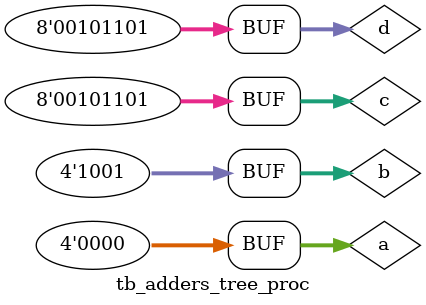
<source format=v>
module tb_adders_tree_proc();

    reg [3:0] a , b;
    reg [7:0] c, d;

    wire [4:0] sum1;
    wire [8:0] sum2;
    wire [9:0] sum3;

    tree_adder_procedural ADD(
        .a(a),
        .b(b),
        .c(c),
        .d(d),
        .sum1(sum1),
        .sum2(sum2),
        .sum3(sum3)
    );

    initial begin
        $monitor("a = %d, b = %d, c = %d, d= %d, sum1 = %d, sum2 = %d, sum3 = %d", a,b,c,d,sum1, sum2,sum3);
        #1; a = 4'd0 ; b = 4'd3; c = 8'd1; d = 8'd255;
        #1; a = 4'd10 ; b = 4'd13; c = 8'd9; d = 8'd10;
        #1; a = 4'd15 ; b = 4'd15; c = 8'd109; d = 8'd37;
        #1; a = 4'd0 ; b = 4'd9; c = 8'd45; d = 8'd45;
        #1;

    end

    endmodule

</source>
